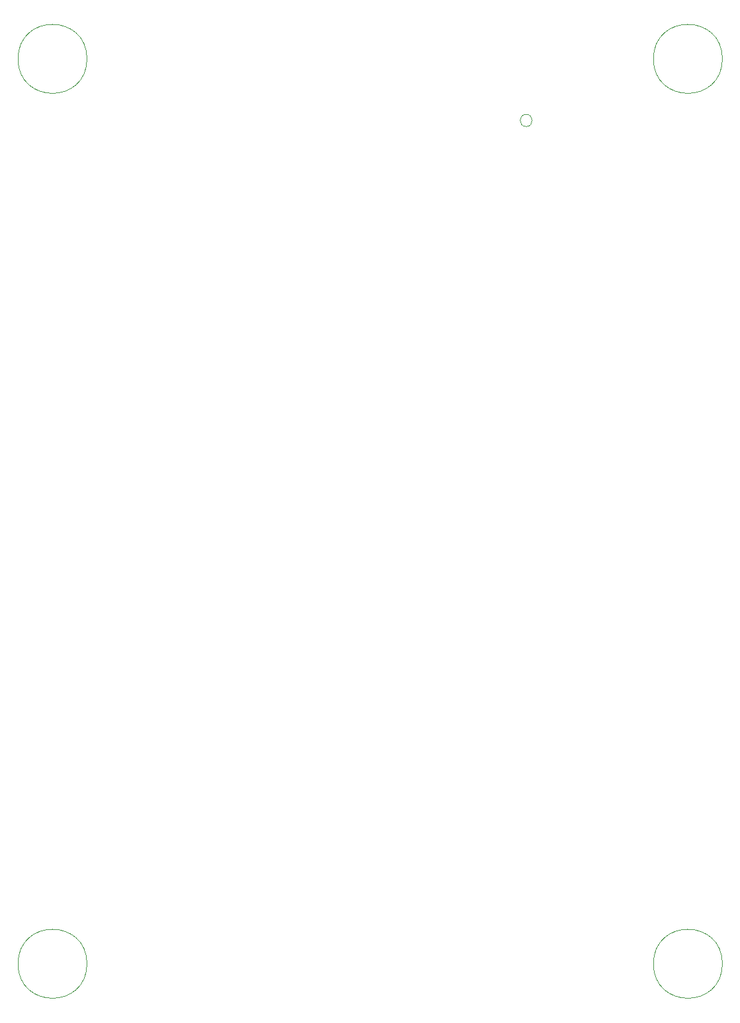
<source format=gbr>
%TF.GenerationSoftware,KiCad,Pcbnew,5.1.10*%
%TF.CreationDate,2021-08-05T14:29:30+02:00*%
%TF.ProjectId,lni-badge,6c6e692d-6261-4646-9765-2e6b69636164,rev?*%
%TF.SameCoordinates,Original*%
%TF.FileFunction,Other,ECO2*%
%FSLAX46Y46*%
G04 Gerber Fmt 4.6, Leading zero omitted, Abs format (unit mm)*
G04 Created by KiCad (PCBNEW 5.1.10) date 2021-08-05 14:29:30*
%MOMM*%
%LPD*%
G01*
G04 APERTURE LIST*
%ADD10C,0.100000*%
G04 APERTURE END LIST*
D10*
X153924000Y-39408000D02*
X153924000Y-39408000D01*
X153924000Y-37808000D02*
X153924000Y-37808000D01*
X153924000Y-39408000D02*
G75*
G03*
X153924000Y-37808000I0J800000D01*
G01*
X153924000Y-37808000D02*
G75*
G03*
X153924000Y-39408000I0J-800000D01*
G01*
%TO.C,H4*%
X179810000Y-149860000D02*
G75*
G03*
X179810000Y-149860000I-4550000J0D01*
G01*
%TD*%
%TO.C,H3*%
X95990000Y-149860000D02*
G75*
G03*
X95990000Y-149860000I-4550000J0D01*
G01*
%TD*%
%TO.C,H2*%
X179810000Y-30480000D02*
G75*
G03*
X179810000Y-30480000I-4550000J0D01*
G01*
%TD*%
%TO.C,H1*%
X95990000Y-30480000D02*
G75*
G03*
X95990000Y-30480000I-4550000J0D01*
G01*
%TD*%
M02*

</source>
